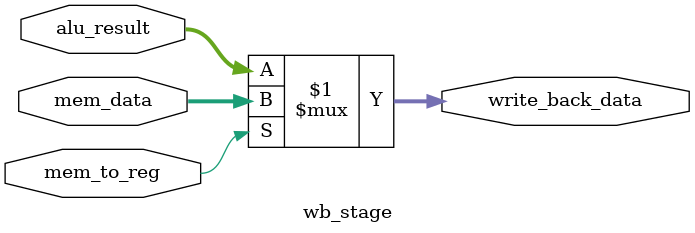
<source format=v>
module wb_stage (
    input [31:0] alu_result,
    input [31:0] mem_data,
    input mem_to_reg,
    output [31:0] write_back_data
);

assign write_back_data = mem_to_reg ? mem_data : alu_result;

endmodule

</source>
